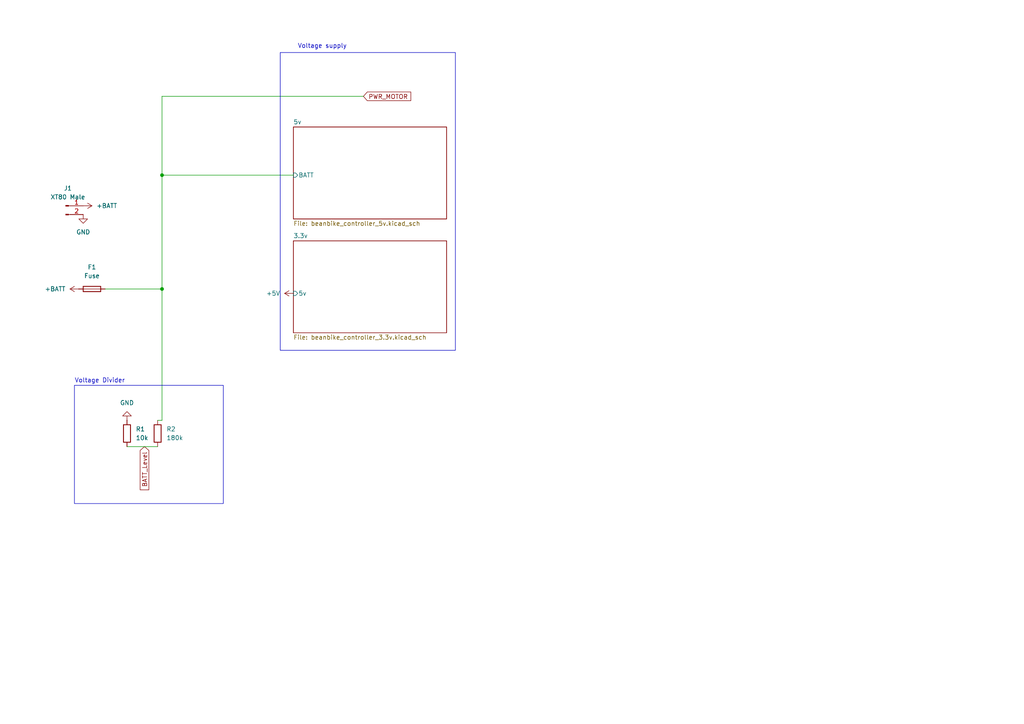
<source format=kicad_sch>
(kicad_sch (version 20250114) (generator "eeschema") (generator_version "9.0")
  (paper "A4")
  (title_block (title "BeanBike Controller Power") (rev "1") (company "Ginobeano"))
  (lib_symbols
    (symbol "Connector:Conn_01x02_Pin" (pin_names (offset 1.016) (hide yes))
      (property "Reference" "J" (at 0 2.54 0))
      (property "Value" "Conn_01x02_Pin" (at 0 -5.08 0))
      (symbol "Conn_01x02_Pin_1_1"
        (rectangle (start 0.8636 0.127) (end 0 -0.127) (stroke (width 0.1524)) (fill (type outline)))
        (rectangle (start 0.8636 -2.413) (end 0 -2.667) (stroke (width 0.1524)) (fill (type outline)))
        (polyline (pts (xy 1.27 0) (xy 0.8636 0)) (stroke (width 0.1524)))
        (polyline (pts (xy 1.27 -2.54) (xy 0.8636 -2.54)) (stroke (width 0.1524)))
        (pin passive line (at 5.08 0 180) (length 3.81) (name "Pin_1") (number "1"))
        (pin passive line (at 5.08 -2.54 180) (length 3.81) (name "Pin_2") (number "2"))
      )
    )
    (symbol "Device:Fuse" (pin_numbers (hide yes)) (pin_names (offset 0))
      (property "Reference" "F" (at 2.032 0 90))
      (property "Value" "Fuse" (at -1.905 0 90))
      (symbol "Fuse_0_1"
        (rectangle (start -0.762 -2.54) (end 0.762 2.54) (stroke (width 0.254)))
        (polyline (pts (xy 0 2.54) (xy 0 -2.54)))
      )
      (symbol "Fuse_1_1"
        (pin passive line (at 0 3.81 270) (length 1.27) (name "~") (number "1"))
        (pin passive line (at 0 -3.81 90) (length 1.27) (name "~") (number "2"))
      )
    )
    (symbol "Device:R" (pin_numbers (hide yes)) (pin_names (offset 0))
      (property "Reference" "R" (at 2.032 0 90))
      (property "Value" "R" (at 0 0 90))
      (symbol "R_0_1"
        (rectangle (start -1.016 -2.54) (end 1.016 2.54) (stroke (width 0.254)))
      )
      (symbol "R_1_1"
        (pin passive line (at 0 3.81 270) (length 1.27) (name "~") (number "1"))
        (pin passive line (at 0 -3.81 90) (length 1.27) (name "~") (number "2"))
      )
    )
    (symbol "power:+5V" (power) (pin_numbers (hide yes)) (pin_names (offset 0) (hide yes))
      (property "Value" "+5V" (at 0 3.556 0))
      (symbol "+5V_0_1"
        (polyline (pts (xy -0.762 1.27) (xy 0 2.54)))
        (polyline (pts (xy 0 2.54) (xy 0.762 1.27)))
        (polyline (pts (xy 0 0) (xy 0 2.54)))
      )
      (symbol "+5V_1_1"
        (pin power_in line (at 0 0 90) (length 0) (name "~") (number "1"))
      )
    )
    (symbol "power:+BATT" (power) (pin_numbers (hide yes)) (pin_names (offset 0) (hide yes))
      (property "Value" "+BATT" (at 0 3.556 0))
      (symbol "+BATT_0_1"
        (polyline (pts (xy -0.762 1.27) (xy 0 2.54)))
        (polyline (pts (xy 0 2.54) (xy 0.762 1.27)))
        (polyline (pts (xy 0 0) (xy 0 2.54)))
      )
      (symbol "+BATT_1_1"
        (pin power_in line (at 0 0 90) (length 0) (name "~") (number "1"))
      )
    )
    (symbol "power:GND" (power) (pin_numbers (hide yes)) (pin_names (offset 0) (hide yes))
      (property "Value" "GND" (at 0 -3.81 0))
      (symbol "GND_0_1"
        (polyline (pts (xy 0 0) (xy 0 -1.27) (xy 1.27 -1.27) (xy 0 -2.54) (xy -1.27 -1.27) (xy 0 -1.27)))
      )
      (symbol "GND_1_1"
        (pin power_in line (at 0 0 270) (length 0) (name "~") (number "1"))
      )
    )
  )
  (rectangle (start 81.28 15.24) (end 132.08 101.6))
  (rectangle (start 21.59 111.76) (end 64.77 146.05))
  (text "Voltage Divider" (at 28.956 110.49 0) (effects (font (size 1.27 1.27))))
  (text "Voltage supply" (at 93.472 13.462 0) (effects (font (size 1.27 1.27))))
  (junction (at 46.99 83.82))
  (junction (at 46.99 50.8))
  (wire (pts (xy 30.48 83.82) (xy 46.99 83.82)))
  (wire (pts (xy 46.99 50.8) (xy 85.09 50.8)))
  (wire (pts (xy 46.99 121.92) (xy 45.72 121.92)))
  (wire (pts (xy 36.83 129.54) (xy 45.72 129.54)))
  (wire (pts (xy 46.99 83.82) (xy 46.99 121.92)))
  (wire (pts (xy 46.99 27.94) (xy 105.41 27.94)))
  (wire (pts (xy 46.99 27.94) (xy 46.99 50.8)))
  (wire (pts (xy 46.99 50.8) (xy 46.99 83.82)))
  (global_label "BATT_Level" (shape input) (at 41.91 129.54 270) (property "Intersheetrefs" "${INTERSHEET_REFS}" (effects (hide yes))))
  (global_label "PWR_MOTOR" (shape input) (at 105.41 27.94 0) (property "Intersheetrefs" "${INTERSHEET_REFS}" (effects (hide yes))))
  (symbol (lib_id "Device:R") (at 36.83 125.73 0) (unit 1)
    (property "Reference" "R1" (at 39.37 124.4599 0) (effects (justify left)))
    (property "Value" "10k" (at 39.37 126.9999 0) (effects (justify left)))
    (property "Footprint" "Resistor_SMD:R_0603_1608Metric" (effects (hide yes)))
    (property "Description" "Resistor" (effects (hide yes)))
    (property "LCSC" "C98220" (effects (hide yes)))
  )
  (symbol (lib_id "Connector:Conn_01x02_Pin") (at 19.05 59.69 0) (unit 1)
    (property "Reference" "J1" (at 19.685 54.61 0))
    (property "Value" "XT80 Male" (at 19.685 57.15 0))
    (property "Footprint" "Connector_Wire:SolderWire-2sqmm_1x02_P7.8mm_D2mm_OD3.9mm" (effects (hide yes)))
    (property "Description" "Generic connector, single row, 01x02, script generated" (effects (hide yes)))
  )
  (symbol (lib_id "power:+5V") (at 85.09 85.09 90) (unit 1)
    (property "Reference" "#PWR05" (effects (hide yes)))
    (property "Value" "+5V" (at 81.28 85.0899 90) (effects (justify left)))
    (property "Description" "Power symbol creates a global label with name \"+5V\"" (effects (hide yes)))
  )
  (symbol (lib_id "power:+BATT") (at 22.86 83.82 90) (unit 1)
    (property "Reference" "#PWR01" (effects (hide yes)))
    (property "Value" "+BATT" (at 19.05 83.8199 90) (effects (justify left)))
    (property "Description" "Power symbol creates a global label with name \"+BATT\"" (effects (hide yes)))
  )
  (symbol (lib_id "power:+BATT") (at 24.13 59.69 270) (unit 1)
    (property "Reference" "#PWR02" (effects (hide yes)))
    (property "Value" "+BATT" (at 27.94 59.6899 90) (effects (justify left)))
    (property "Description" "Power symbol creates a global label with name \"+BATT\"" (effects (hide yes)))
  )
  (symbol (lib_id "Device:R") (at 45.72 125.73 0) (unit 1)
    (property "Reference" "R2" (at 48.26 124.4599 0) (effects (justify left)))
    (property "Value" "180k" (at 48.26 126.9999 0) (effects (justify left)))
    (property "Footprint" "Resistor_SMD:R_0603_1608Metric" (effects (hide yes)))
    (property "Description" "Resistor" (effects (hide yes)))
    (property "LCSC" "C137657" (effects (hide yes)))
  )
  (symbol (lib_id "Device:Fuse") (at 26.67 83.82 90) (unit 1)
    (property "Reference" "F1" (at 26.67 77.47 90))
    (property "Value" "Fuse" (at 26.67 80.01 90))
    (property "Footprint" "Fuse:Fuse_1206_3216Metric" (effects (hide yes)))
    (property "Description" "Fuse" (effects (hide yes)))
    (property "LCSC" "C22445177" (effects (hide yes)))
  )
  (symbol (lib_id "power:GND") (at 24.13 62.23 0) (unit 1)
    (property "Reference" "#PWR03" (effects (hide yes)))
    (property "Value" "GND" (at 24.13 67.31 0))
    (property "Description" "Power symbol creates a global label with name \"GND\" , ground" (effects (hide yes)))
  )
  (symbol (lib_id "power:GND") (at 36.83 121.92 180) (unit 1)
    (property "Reference" "#PWR04" (effects (hide yes)))
    (property "Value" "GND" (at 36.83 116.84 0))
    (property "Description" "Power symbol creates a global label with name \"GND\" , ground" (effects (hide yes)))
  )
  (sheet (at 85.09 69.85) (size 44.45 26.67) (stroke (width 0.1524))
    (property "Sheetname" "3.3v" (at 85.09 69.1384 0) (effects (justify left bottom)))
    (property "Sheetfile" "beanbike_controller_3.3v.kicad_sch" (at 85.09 97.1046 0) (effects (justify left top)))
    (pin "5v" input (at 85.09 85.09 180))
  )
  (sheet (at 85.09 36.83) (size 44.45 26.67) (stroke (width 0.1524))
    (property "Sheetname" "5v" (at 85.09 36.1184 0) (effects (justify left bottom)))
    (property "Sheetfile" "beanbike_controller_5v.kicad_sch" (at 85.09 64.0846 0) (effects (justify left top)))
    (pin "BATT" input (at 85.09 50.8 180))
  )
)
</source>
